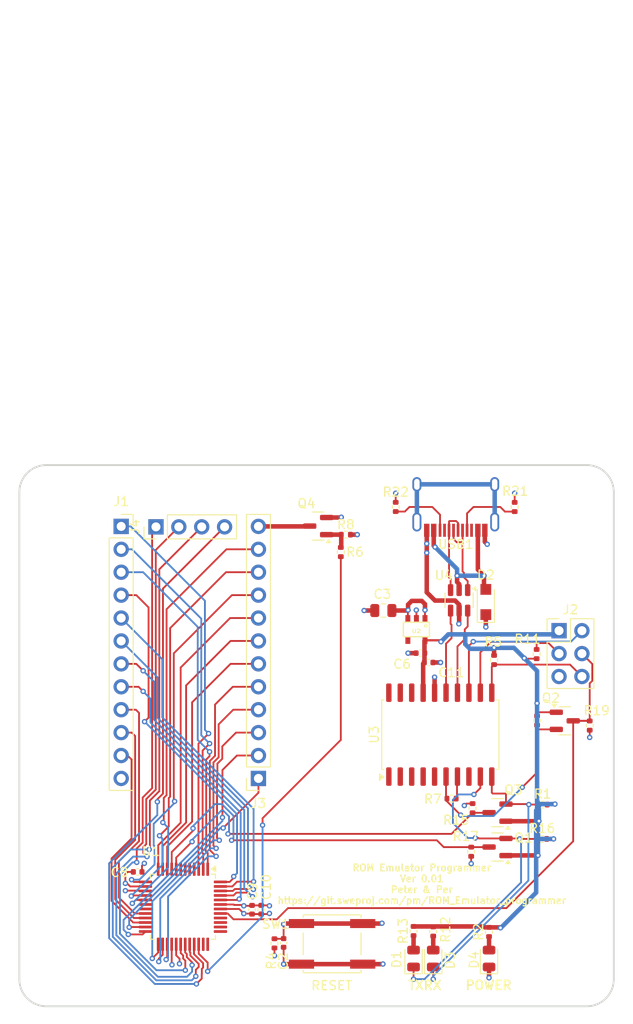
<source format=kicad_pcb>
(kicad_pcb
	(version 20240108)
	(generator "pcbnew")
	(generator_version "8.0")
	(general
		(thickness 1.6)
		(legacy_teardrops no)
	)
	(paper "A4")
	(title_block
		(title "ROM Emulator Programmer")
		(date "2024-10-03")
		(rev "0.01")
		(company "Peter & Per")
	)
	(layers
		(0 "F.Cu" signal)
		(1 "In1.Cu" signal)
		(2 "In2.Cu" signal)
		(31 "B.Cu" signal)
		(32 "B.Adhes" user "B.Adhesive")
		(33 "F.Adhes" user "F.Adhesive")
		(34 "B.Paste" user)
		(35 "F.Paste" user)
		(36 "B.SilkS" user "B.Silkscreen")
		(37 "F.SilkS" user "F.Silkscreen")
		(38 "B.Mask" user)
		(39 "F.Mask" user)
		(40 "Dwgs.User" user "User.Drawings")
		(41 "Cmts.User" user "User.Comments")
		(42 "Eco1.User" user "User.Eco1")
		(43 "Eco2.User" user "User.Eco2")
		(44 "Edge.Cuts" user)
		(45 "Margin" user)
		(46 "B.CrtYd" user "B.Courtyard")
		(47 "F.CrtYd" user "F.Courtyard")
		(48 "B.Fab" user)
		(49 "F.Fab" user)
		(50 "User.1" user)
		(51 "User.2" user)
		(52 "User.3" user)
		(53 "User.4" user)
		(54 "User.5" user)
		(55 "User.6" user)
		(56 "User.7" user)
		(57 "User.8" user)
		(58 "User.9" user)
	)
	(setup
		(stackup
			(layer "F.SilkS"
				(type "Top Silk Screen")
			)
			(layer "F.Paste"
				(type "Top Solder Paste")
			)
			(layer "F.Mask"
				(type "Top Solder Mask")
				(thickness 0.01)
			)
			(layer "F.Cu"
				(type "copper")
				(thickness 0.035)
			)
			(layer "dielectric 1"
				(type "prepreg")
				(thickness 0.1)
				(material "FR4")
				(epsilon_r 4.5)
				(loss_tangent 0.02)
			)
			(layer "In1.Cu"
				(type "copper")
				(thickness 0.035)
			)
			(layer "dielectric 2"
				(type "core")
				(thickness 1.24)
				(material "FR4")
				(epsilon_r 4.5)
				(loss_tangent 0.02)
			)
			(layer "In2.Cu"
				(type "copper")
				(thickness 0.035)
			)
			(layer "dielectric 3"
				(type "prepreg")
				(thickness 0.1)
				(material "FR4")
				(epsilon_r 4.5)
				(loss_tangent 0.02)
			)
			(layer "B.Cu"
				(type "copper")
				(thickness 0.035)
			)
			(layer "B.Mask"
				(type "Bottom Solder Mask")
				(thickness 0.01)
			)
			(layer "B.Paste"
				(type "Bottom Solder Paste")
			)
			(layer "B.SilkS"
				(type "Bottom Silk Screen")
			)
			(copper_finish "None")
			(dielectric_constraints no)
		)
		(pad_to_mask_clearance 0)
		(allow_soldermask_bridges_in_footprints no)
		(pcbplotparams
			(layerselection 0x00010fc_ffffffff)
			(plot_on_all_layers_selection 0x0000000_00000000)
			(disableapertmacros no)
			(usegerberextensions no)
			(usegerberattributes yes)
			(usegerberadvancedattributes yes)
			(creategerberjobfile yes)
			(dashed_line_dash_ratio 12.000000)
			(dashed_line_gap_ratio 3.000000)
			(svgprecision 4)
			(plotframeref no)
			(viasonmask no)
			(mode 1)
			(useauxorigin no)
			(hpglpennumber 1)
			(hpglpenspeed 20)
			(hpglpendiameter 15.000000)
			(pdf_front_fp_property_popups yes)
			(pdf_back_fp_property_popups yes)
			(dxfpolygonmode yes)
			(dxfimperialunits yes)
			(dxfusepcbnewfont yes)
			(psnegative no)
			(psa4output no)
			(plotreference yes)
			(plotvalue yes)
			(plotfptext yes)
			(plotinvisibletext no)
			(sketchpadsonfab no)
			(subtractmaskfromsilk no)
			(outputformat 1)
			(mirror no)
			(drillshape 1)
			(scaleselection 1)
			(outputdirectory "")
		)
	)
	(net 0 "")
	(net 1 "GND")
	(net 2 "/RESETN")
	(net 3 "+5V")
	(net 4 "+3V3")
	(net 5 "/RX0")
	(net 6 "/TX0")
	(net 7 "/TX_D11")
	(net 8 "/RX_D11")
	(net 9 "/UPDI")
	(net 10 "/TX_UPDI")
	(net 11 "/D1")
	(net 12 "/RX_UPDI")
	(net 13 "/A8")
	(net 14 "/A0")
	(net 15 "/D0")
	(net 16 "/A6")
	(net 17 "unconnected-(U1-RST{slash}PF06-Pad40)")
	(net 18 "/D3")
	(net 19 "/A1")
	(net 20 "/A5")
	(net 21 "/A11")
	(net 22 "/A3")
	(net 23 "unconnected-(U1-PC06-Pad18)")
	(net 24 "/A10")
	(net 25 "/A7")
	(net 26 "/A9")
	(net 27 "unconnected-(U1-PC07-Pad19)")
	(net 28 "/D4")
	(net 29 "unconnected-(U1-PF05-Pad39)")
	(net 30 "/D2")
	(net 31 "/A2")
	(net 32 "Net-(J2-Pin_6)")
	(net 33 "Net-(J2-Pin_2)")
	(net 34 "Net-(J2-Pin_3)")
	(net 35 "/D6")
	(net 36 "/USB_N")
	(net 37 "Net-(USB1-CC1)")
	(net 38 "Net-(USB1-CC2)")
	(net 39 "/VUSB")
	(net 40 "Net-(USB1-DP1)")
	(net 41 "Net-(USB1-DN1)")
	(net 42 "unconnected-(USB1-SBU2-Pad3)")
	(net 43 "unconnected-(USB1-SHIELD-Pad13)")
	(net 44 "unconnected-(USB1-SBU1-Pad9)")
	(net 45 "/A12")
	(net 46 "/A13")
	(net 47 "/D5")
	(net 48 "/D7")
	(net 49 "/A-1")
	(net 50 "/~{OE}")
	(net 51 "unconnected-(U1-PF01-Pad35)")
	(net 52 "unconnected-(U1-PF04-Pad38)")
	(net 53 "/~{BYTE}")
	(net 54 "/~{WE}")
	(net 55 "unconnected-(U1-PF03-Pad37)")
	(net 56 "unconnected-(U1-PF02-Pad36)")
	(net 57 "Net-(D1-A)")
	(net 58 "Net-(D3-A)")
	(net 59 "Net-(D4-A)")
	(net 60 "/USB_P")
	(net 61 "/A4")
	(net 62 "Net-(Q4-G)")
	(net 63 "/~{VCC_EN}")
	(net 64 "/VCC_EN")
	(net 65 "unconnected-(USB1-SHIELD-Pad13)_1")
	(net 66 "unconnected-(USB1-SHIELD-Pad13)_2")
	(net 67 "unconnected-(USB1-SHIELD-Pad13)_3")
	(net 68 "unconnected-(U1-PB03-Pad7)")
	(net 69 "unconnected-(U1-PB00-Pad4)")
	(net 70 "unconnected-(U1-PB01-Pad5)")
	(net 71 "unconnected-(U1-PB02-Pad6)")
	(net 72 "unconnected-(U3A-PA04-Pad20)")
	(net 73 "unconnected-(U3A-PA06-Pad2)")
	(net 74 "unconnected-(U3A-PA08{slash}XIN32-Pad4)")
	(net 75 "unconnected-(U3A-PA09{slash}XOUT32-Pad5)")
	(net 76 "unconnected-(U3A-PA03-Pad19)")
	(net 77 "unconnected-(U3A-PA05-Pad1)")
	(net 78 "unconnected-(U3A-PA07-Pad3)")
	(net 79 "unconnected-(U3A-PA02-Pad18)")
	(net 80 "unconnected-(U3A-PA16-Pad8)")
	(footprint "Connector_PinSocket_2.54mm:PinSocket_1x12_P2.54mm_Vertical" (layer "F.Cu") (at 50.546 62.738 180))
	(footprint "Resistor_SMD:R_0402_1005Metric" (layer "F.Cu") (at 74.3204 66.037994 90))
	(footprint "Resistor_SMD:R_0402_1005Metric" (layer "F.Cu") (at 74.168 70.863994 -90))
	(footprint "MountingHole:MountingHole_3mm" (layer "F.Cu") (at 87 31))
	(footprint "Connector_PinSocket_2.54mm:PinSocket_1x12_P2.54mm_Vertical" (layer "F.Cu") (at 35.306 34.798))
	(footprint "Diode_SMD:Nexperia_CFP3_SOD-123W" (layer "F.Cu") (at 75.7936 43.182 90))
	(footprint "Package_TO_SOT_SMD:SOT-23" (layer "F.Cu") (at 77.0913 66.532794 180))
	(footprint "Package_TO_SOT_SMD:SOT-23" (layer "F.Cu") (at 57.1777 34.7624 180))
	(footprint "MountingHole:MountingHole_3mm" (layer "F.Cu") (at 27 85))
	(footprint "Resistor_SMD:R_0402_1005Metric" (layer "F.Cu") (at 52.324 81.024 -90))
	(footprint "ROM_Emulator_programmer:SW_Push_1P1T_NO_CK_K2-1102SP-C4SC-04" (layer "F.Cu") (at 58.7248 81.0768 180))
	(footprint "Resistor_SMD:R_0402_1005Metric" (layer "F.Cu") (at 65.786 32.642 -90))
	(footprint "Resistor_SMD:R_0402_1005Metric" (layer "F.Cu") (at 76.1492 79.76 90))
	(footprint "Resistor_SMD:R_0402_1005Metric" (layer "F.Cu") (at 82.042 69.443594))
	(footprint "Package_TO_SOT_SMD:SOT-23" (layer "F.Cu") (at 77.0913 70.342794 180))
	(footprint "Resistor_SMD:R_0402_1005Metric" (layer "F.Cu") (at 87.3252 56.8776 -90))
	(footprint "Capacitor_SMD:C_0402_1005Metric" (layer "F.Cu") (at 69.4436 49.8856 180))
	(footprint "Connector_PinHeader_2.54mm:PinHeader_2x03_P2.54mm_Vertical" (layer "F.Cu") (at 83.9216 46.36))
	(footprint "Capacitor_SMD:C_0402_1005Metric" (layer "F.Cu") (at 49.8348 77.2948 -90))
	(footprint "Resistor_SMD:R_0402_1005Metric" (layer "F.Cu") (at 82.0928 65.633594))
	(footprint "LED_SMD:LED_0805_2012Metric" (layer "F.Cu") (at 76.1492 82.7044 90))
	(footprint "Resistor_SMD:R_0402_1005Metric" (layer "F.Cu") (at 71.9856 64.9732))
	(footprint "Package_TO_SOT_SMD:SOT-23" (layer "F.Cu") (at 84.5543 56.3524))
	(footprint "Package_SO:SOIC-20W_7.5x12.8mm_P1.27mm" (layer "F.Cu") (at 70.739 57.8848 90))
	(footprint "Package_TO_SOT_SMD:SOT-23-6" (layer "F.Cu") (at 72.828 42.9945 -90))
	(footprint "ROM_Emulator_programmer:HRO-TYPE-C-31-M-12" (layer "F.Cu") (at 72.458 27.532 180))
	(footprint "Resistor_SMD:R_0402_1005Metric" (layer "F.Cu") (at 81.4832 56.3168 90))
	(footprint "LED_SMD:LED_0805_2012Metric" (layer "F.Cu") (at 69.9516 82.7044 90))
	(footprint "MountingHole:MountingHole_3mm" (layer "F.Cu") (at 27 31))
	(footprint "Connector_PinHeader_2.54mm:PinHeader_1x04_P2.54mm_Vertical" (layer "F.Cu") (at 39.1668 34.8488 90))
	(footprint "Package_QFP:TQFP-48_7x7mm_P0.5mm" (layer "F.Cu") (at 42.164 76.962 -90))
	(footprint "MountingHole:MountingHole_3mm" (layer "F.Cu") (at 87 85))
	(footprint "Capacitor_SMD:C_0402_1005Metric" (layer "F.Cu") (at 50.8508 77.2896 -90))
	(footprint "Resistor_SMD:R_0402_1005Metric"
		(layer "F.Cu")
		(uuid "b5be1e89-1263-44c0-bb73-c8144965621c")
		(at 59.69 37.6428 -90)
		(descr "Resistor SMD 0402 (1005 Metric), square (rectangular) end terminal, IPC_7351 nominal, (Body size source: IPC-SM-782 page 72, https://www.pcb-3d.com/wordpress/wp-content/uploads/ipc-sm-782a_amendment_1_and_2.pdf), generated with kicad-footprint-generator")
		(tags "resistor")
		(property "Reference" "R6"
			(at 0 -1.5748 180)
			(layer "F.SilkS")
			(uuid "af498e08-dc94-46ba-9e46-4fb70d89b007")
			(effects
				(font
					(size 1 1)
					(thickness 0.15)
				)
			)
		)
		(property "Value" "1k"
			(at 0 1.17 90)
			(layer "F.Fab")
			(uuid "6acaa6f1-6a84-499c-a184-5cfa3d381570")
			(effects
				(font
					(size 1 1)
					(thickness 0.15)
				)
			)
		)
		(property "Footprint" "Resistor_SMD:R_0402_1005Metric"
			(at 0 0 -90)
			(unlocked yes)
			(layer "F.Fab")
			(hide yes)
			(uuid "bc0cd3bb-5874-44f0-981d-c76feeab053e")
			(effects
				(font
					(size 1.27 1.27)
					(thickness 0.15)
				)
			)
		)
		(property "Datasheet" ""
			(at 0 0 -90)
			(unlocked yes)
			(layer "F.Fab")
			(hide yes)
			(uuid "3551ea44-0018-4d4b-8f29-ecae2292a4eb")
			(effects
				(font
					(size 1.27 1.27)
					(thickness 0.15)
				)
			)
		)
		(property "Description" ""
			(at 0 0 -90)
			(unlocked yes)
			(layer "F.Fab")
			(hide yes)
			(uuid "e9282ab3-78da-4e5d-90a9-40e5ca01dad4")
			(effects
				(font
					(size 1.27 1.27)
					(thickness 0.15)
				)
			)
		)
		(property "LCSC" "C11702"
			(at 0 0 -90)
			(unlocked yes)
			(layer "F.Fab")
			(hide yes)
			(uuid "e6636dc9-9e9d-4420-8c4f-1f8a69c7d4a1")
			(effects
				(font
					(size 1 1)
					(thickness 0.15)
				)
			)
		)
		(property "Supplier" ""
			(at 0 0 -90)
			(unlocked yes)
			(layer "F.Fab")
			(hide yes)
			(uuid "9a940a49-2391-4646-b397-13f4e3448c2a")
			(effects
				(font
					(size 1 1)
					(thickness 0.15)
				)
			)
		)
		(property ki_fp_filters "R_*")
		(path "/2b2f3f29-6c4d-49e5-a9d4-fd6f7a25bf0f")
		(sheetname "Root")
		(sheetfile "ROM_Emulator_programmer.kicad_sch")
		(attr smd)
		(fp_line
			(start -0.153641 0.38)
			(end 0.153641 0.38)
			(stroke
				(width 0.12)
				(type solid)
			)
			(layer "F.SilkS")
			(uuid "29c45a39-e5cc-4bf1-b262-f1cd867035c9")
		)
		(fp_line
			(start -0.153641 -0.38)
			(end 0.153641 -0.38)
			(stroke
				(width 0.12)
				(type solid)
			)
			(layer "F.SilkS")
			(uuid "4b5e0b20-bd45-4b75-a95e-6d6a5f527ab4")
		)
		(fp_line
			(start -0.93 0.47)
			(end -0.93 -0.47)
			(stroke
				(width 0.05)
				(type solid)
			)
			(layer "F.CrtYd")
			(uuid "db5095af-1fb4-4cfe-b1d8-c4adf2261246")
		)
		(fp_line
			(start 0.93 0.47)
			(end -0.93 0.47)
			(stroke
				(width 0.05)
				(type solid)
			)
			(layer "F.CrtYd")
			(uuid "d8365748-9c4e-4c58-b375-ec34937430bf")
		)
		(fp_line
			(start -0.93 -0.47)
			(end 0.93 -0.47)
			(stroke
				(width 0.05)
				(type solid)
... [441036 chars truncated]
</source>
